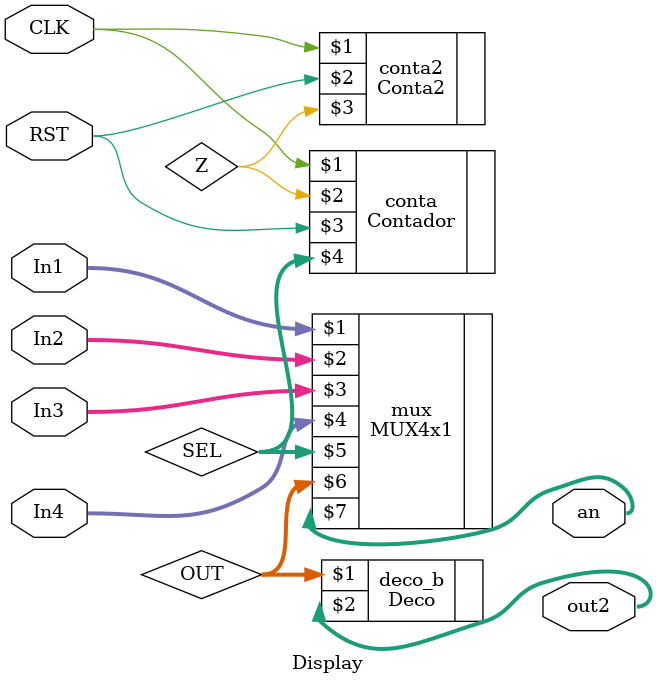
<source format=v>
`timescale 1ns / 1ps
module Display(CLK,RST,out2,an,In1, In2, In3, In4);
	input CLK,RST;
	input [3:0]In1, In2, In3, In4;
	output wire [7:0]out2;
	output wire [3:0]an;
	 
	wire [1:0]SEL;
	wire [3:0]OUT;
	wire Z;
	
/*
	assign an[0]=1'b0;
	assign an[1]=1'b0;
	assign an[2]=1'b0;
	assign an[3]=1'b0;
	*/
	
	 
MUX4x1 mux(In1, In2, In3, In4,SEL,OUT, an); 
Deco deco_b(OUT, out2);

Contador conta(CLK,Z,RST,SEL);
Conta2 conta2(CLK,RST,Z); 


endmodule
</source>
